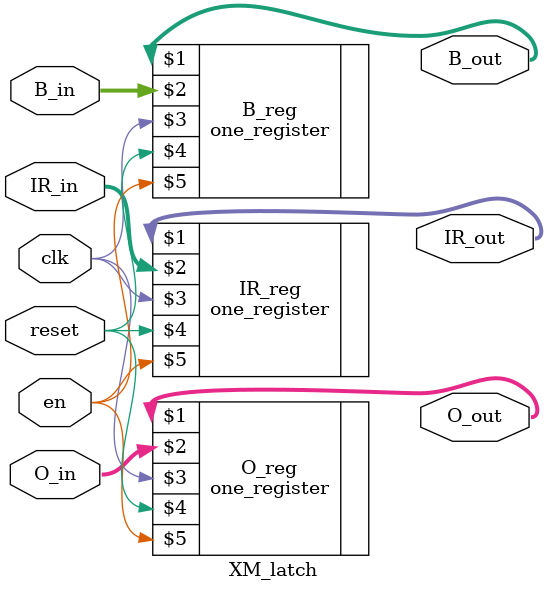
<source format=v>
module XM_latch(IR_out, O_out, B_out, IR_in, O_in, B_in, clk, reset, en);
    output [31:0] IR_out, O_out, B_out;
    input [31:0] IR_in, O_in, B_in;
    input clk, reset, en;

    one_register IR_reg(IR_out, IR_in, clk, reset, en);
    one_register O_reg(O_out, O_in, clk, reset, en);
    one_register B_reg(B_out, B_in, clk, reset, en);

endmodule
</source>
